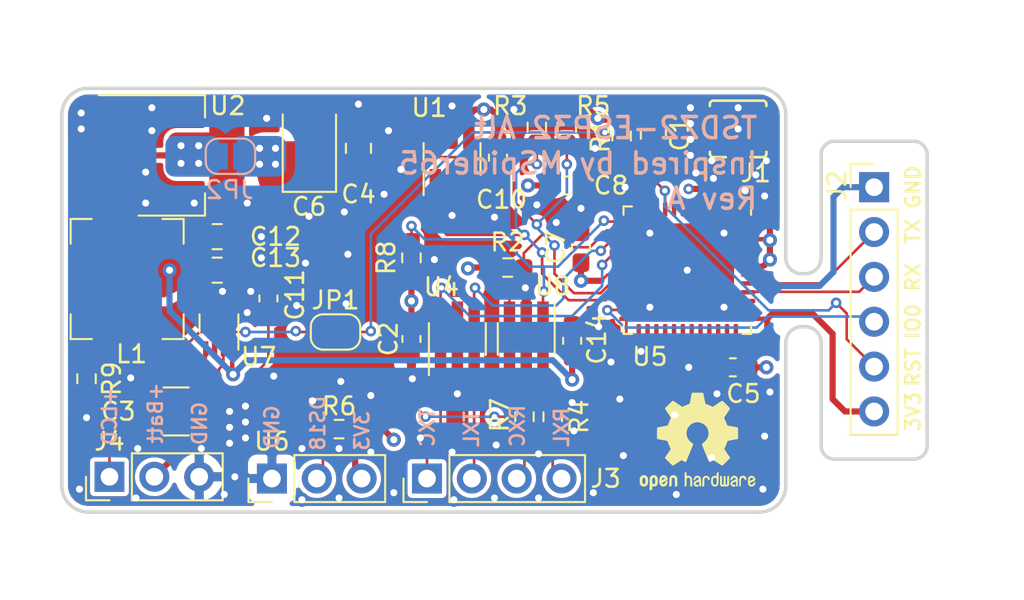
<source format=kicad_pcb>
(kicad_pcb (version 20171130) (host pcbnew "(5.1.9)-1")
  (title_block (title "TSDZ2 ESP32 Alt") (date 2021-05-08) (rev A) (comment 3 "Inspired by ‌MSpider65.") (comment 4 "Controlled impedance based on 0.8mm thick 4-layer JLC7628 JLCPCB stackup."))
  (layers (0 F.Cu signal) (1 In1.Cu signal) (2 In2.Cu signal) (31 B.Cu signal) (34 B.Paste user) (35 F.Paste user) (36 B.SilkS user) (37 F.SilkS user) (38 B.Mask user) (39 F.Mask user) (44 Edge.Cuts user))
  (net 0 "")
  (net 1 GND)
  (net 2 +5V)
  (net 3 +3V3)
  (net 4 /ESP_ANT)
  (net 5 /RXC)
  (net 6 /SCL)
  (net 7 /SDA)
  (net 8 /DS18B20_DQ)
  (net 9 +48V)
  (net 10 /PSU_EN)
  (net 11 /~RST)
  (net 12 /GPIO0)
  (net 13 /RXD)
  (net 14 /TXD)
  (net 15 /RXL)
  (net 16 /TXL)
  (net 17 /TXC)
  (net 18 /GPIO25)
  (net 19 /RXLR)
  (net 20 /RXCR)
  (net 21 /GPIO26)
  (net 22 /GPIO27)
  (net 23 /GPIO33)
  (net 24 /~PSU_RST)
  (net 25 /LX)
  (net 26 /PSU_VCC)
  (net 27 "Net-(JP2-Pad1)")
  (module Symbol:OSHW-Logo2_7.3x6mm_SilkScreen (layer F.Cu) (at 165.5 108)
    (fp_text reference REF** hide)
    (fp_text value OSHW-Logo2_7.3x6mm_SilkScreen hide)
  )
  (module Package_TO_SOT_SMD:SOT-223-3_TabPin2 (layer F.Cu) (at 135.7 91.8)
    (fp_text reference U2 (at 3.2 -2.8) (layer F.SilkS))
    (fp_text value AMS1117-3.3)
    (pad 1 smd rect (at -3.15 -2.3) (size 2 1.5) (layers F.Cu F.Paste F.Mask) (net 1 GND))
    (pad 3 smd rect (at -3.15 2.3) (size 2 1.5) (layers F.Cu F.Paste F.Mask) (net 2 +5V))
    (pad 2 smd rect (at -3.15 0) (size 2 1.5) (layers F.Cu F.Paste F.Mask) (net 27 "Net-(JP2-Pad1)"))
    (pad 2 smd rect (at 3.15 0) (size 2 3.8) (layers F.Cu F.Paste F.Mask) (net 27 "Net-(JP2-Pad1)"))
  )
  (module Resistor_SMD:R_0603_1608Metric_Pad0.98x0.95mm_HandSolder (layer F.Cu) (at 130.9 104.45 270)
    (fp_text reference R9 (at 0 -1.43 90) (layer F.SilkS))
    (fp_text value 1M)
    (pad 2 smd roundrect (at 0.9125 0 270) (size 0.975 0.95) (layers F.Cu F.Paste F.Mask) (net 1 GND))
    (pad 1 smd roundrect (at -0.9125 0 270) (size 0.975 0.95) (layers F.Cu F.Paste F.Mask) (net 10 /PSU_EN))
  )
  (module Resistor_SMD:R_0603_1608Metric_Pad0.98x0.95mm_HandSolder (layer F.Cu) (at 149.3 97.6 90)
    (fp_text reference R8 (at 0 -1.43 90) (layer F.SilkS))
    (fp_text value 10k)
    (pad 2 smd roundrect (at 0.9125 0 90) (size 0.975 0.95) (layers F.Cu F.Paste F.Mask) (net 23 /GPIO33))
    (pad 1 smd roundrect (at -0.9125 0 90) (size 0.975 0.95) (layers F.Cu F.Paste F.Mask) (net 3 +3V3))
  )
  (module "TSDZ2-ESP32-Alt:U.FL-R-SMT-1(80)" (layer F.Cu) (at 167.8 90.3)
    (fp_text reference J1 (at 1 2.5 180) (layer F.SilkS))
    (fp_text value ANT)
    (pad 1 smd roundrect (at 0 1.525) (size 1 1.05) (layers F.Cu F.Paste F.Mask) (roundrect_rratio 0.15) (net 4 /ESP_ANT))
    (pad 2 smd roundrect (at -1.475 0) (size 1.05 2.2) (layers F.Cu F.Paste F.Mask) (roundrect_rratio 0.15) (net 1 GND))
    (pad 2 smd roundrect (at 1.475 0) (size 1.05 2.2) (layers F.Cu F.Paste F.Mask) (roundrect_rratio 0.15) (net 1 GND))
  )
  (module TSDZ2-ESP32-Alt:Mousebite_0.5mm (layer F.Cu) (at 170.3 98.5)
    (fp_text reference REF** hide)
    (fp_text value Mousebite_0.5mm)
    (pad "" np_thru_hole circle (at 0 0) (size 0.5 0.5) (drill 0.5) (layers *.Cu *.Mask))
  )
  (module TSDZ2-ESP32-Alt:Mousebite_0.5mm (layer F.Cu) (at 170.3 100.05)
    (fp_text reference REF** hide)
    (fp_text value Mousebite_0.5mm)
    (pad "" np_thru_hole circle (at 0 0) (size 0.5 0.5) (drill 0.5) (layers *.Cu *.Mask))
  )
  (module TSDZ2-ESP32-Alt:Mousebite_0.5mm (layer F.Cu) (at 170.3 101.5)
    (fp_text reference REF** hide)
    (fp_text value Mousebite_0.5mm)
    (pad "" np_thru_hole circle (at 0 0) (size 0.5 0.5) (drill 0.5) (layers *.Cu *.Mask))
  )
  (module Jumper:SolderJumper-2_P1.3mm_Open_RoundedPad1.0x1.5mm (layer B.Cu) (at 139.05 91.85)
    (fp_text reference JP2 (at -0.05 1.9 -180) (layer B.SilkS) (effects (justify mirror)))
    (fp_text value JMP_3V3)
    (pad 2 smd custom (at 0.65 0) (size 1 0.5) (layers B.Cu B.Mask) (net 3 +3V3) (options (clearance outline) (anchor rect)) (primitives (gr_circle (center 0 -0.25) (end 0.5 -0.25) (width 0)) (gr_circle (center 0 0.25) (end 0.5 0.25) (width 0)) (gr_poly (pts (xy 0 0.75) (xy -0.5 0.75) (xy -0.5 -0.75) (xy 0 -0.75)) (width 0))))
    (pad 1 smd custom (at -0.65 0) (size 1 0.5) (layers B.Cu B.Mask) (net 27 "Net-(JP2-Pad1)") (options (clearance outline) (anchor rect)) (primitives (gr_circle (center 0 -0.25) (end 0.5 -0.25) (width 0)) (gr_circle (center 0 0.25) (end 0.5 0.25) (width 0)) (gr_poly (pts (xy 0 0.75) (xy 0.5 0.75) (xy 0.5 -0.75) (xy 0 -0.75)) (width 0))))
  )
  (module Connector_PinHeader_2.54mm:PinHeader_1x06_P2.54mm_Vertical (layer F.Cu) (at 175.5 93.6)
    (fp_text reference J2 (at -2.1 -0.1 90) (layer F.SilkS))
    (fp_text value PROG_UART)
    (pad 6 thru_hole oval (at 0 12.7) (size 1.7 1.7) (drill 1) (layers *.Cu *.Mask) (net 3 +3V3))
    (pad 5 thru_hole oval (at 0 10.16) (size 1.7 1.7) (drill 1) (layers *.Cu *.Mask) (net 11 /~RST))
    (pad 4 thru_hole oval (at 0 7.62) (size 1.7 1.7) (drill 1) (layers *.Cu *.Mask) (net 12 /GPIO0))
    (pad 3 thru_hole oval (at 0 5.08) (size 1.7 1.7) (drill 1) (layers *.Cu *.Mask) (net 13 /RXD))
    (pad 2 thru_hole oval (at 0 2.54) (size 1.7 1.7) (drill 1) (layers *.Cu *.Mask) (net 14 /TXD))
    (pad 1 thru_hole rect (at 0 0) (size 1.7 1.7) (drill 1) (layers *.Cu *.Mask) (net 1 GND))
  )
  (module Jumper:SolderJumper-2_P1.3mm_Open_RoundedPad1.0x1.5mm (layer F.Cu) (at 145 101.8)
    (fp_text reference JP1 (at 0 -1.8) (layer F.SilkS))
    (fp_text value JMP)
    (pad 2 smd custom (at 0.65 0) (size 1 0.5) (layers F.Cu F.Mask) (net 11 /~RST) (options (clearance outline) (anchor rect)) (primitives (gr_circle (center 0 0.25) (end 0.5 0.25) (width 0)) (gr_circle (center 0 -0.25) (end 0.5 -0.25) (width 0)) (gr_poly (pts (xy 0 -0.75) (xy -0.5 -0.75) (xy -0.5 0.75) (xy 0 0.75)) (width 0))))
    (pad 1 smd custom (at -0.65 0) (size 1 0.5) (layers F.Cu F.Mask) (net 24 /~PSU_RST) (options (clearance outline) (anchor rect)) (primitives (gr_circle (center 0 0.25) (end 0.5 0.25) (width 0)) (gr_circle (center 0 -0.25) (end 0.5 -0.25) (width 0)) (gr_poly (pts (xy 0 -0.75) (xy 0.5 -0.75) (xy 0.5 0.75) (xy 0 0.75)) (width 0))))
  )
  (module Package_TO_SOT_SMD:SOT-23-6_Handsoldering (layer F.Cu) (at 155.8 102.2 270)
    (fp_text reference U8 (at -3 -1.5 180) (layer F.SilkS))
    (fp_text value SN74LVC2G17DBVR)
    (pad 5 smd rect (at 1.35 0 270) (size 1.56 0.65) (layers F.Cu F.Paste F.Mask) (net 2 +5V))
    (pad 6 smd rect (at 1.35 -0.95 270) (size 1.56 0.65) (layers F.Cu F.Paste F.Mask) (net 19 /RXLR))
    (pad 4 smd rect (at 1.35 0.95 270) (size 1.56 0.65) (layers F.Cu F.Paste F.Mask) (net 20 /RXCR))
    (pad 3 smd rect (at -1.35 0.95 270) (size 1.56 0.65) (layers F.Cu F.Paste F.Mask) (net 18 /GPIO25))
    (pad 2 smd rect (at -1.35 0 270) (size 1.56 0.65) (layers F.Cu F.Paste F.Mask) (net 1 GND))
    (pad 1 smd rect (at -1.35 -0.95 270) (size 1.56 0.65) (layers F.Cu F.Paste F.Mask) (net 23 /GPIO33))
  )
  (module Package_TO_SOT_SMD:SOT-23-6_Handsoldering (layer F.Cu) (at 151.9 102.2 90)
    (fp_text reference U4 (at 2.95 -0.9 180) (layer F.SilkS))
    (fp_text value SN74LVC2G17DBVR)
    (pad 5 smd rect (at 1.35 0 90) (size 1.56 0.65) (layers F.Cu F.Paste F.Mask) (net 3 +3V3))
    (pad 6 smd rect (at 1.35 -0.95 90) (size 1.56 0.65) (layers F.Cu F.Paste F.Mask) (net 22 /GPIO27))
    (pad 4 smd rect (at 1.35 0.95 90) (size 1.56 0.65) (layers F.Cu F.Paste F.Mask) (net 21 /GPIO26))
    (pad 3 smd rect (at -1.35 0.95 90) (size 1.56 0.65) (layers F.Cu F.Paste F.Mask) (net 16 /TXL))
    (pad 2 smd rect (at -1.35 0 90) (size 1.56 0.65) (layers F.Cu F.Paste F.Mask) (net 1 GND))
    (pad 1 smd rect (at -1.35 -0.95 90) (size 1.56 0.65) (layers F.Cu F.Paste F.Mask) (net 17 /TXC))
  )
  (module Capacitor_SMD:C_0603_1608Metric_Pad1.05x0.95mm_HandSolder (layer F.Cu) (at 149.3 102.2 270)
    (fp_text reference C2 (at 0 1.3 90) (layer F.SilkS))
    (fp_text value 100nF)
    (pad 2 smd roundrect (at 0.875 0 270) (size 1.05 0.95) (layers F.Cu F.Paste F.Mask) (net 1 GND))
    (pad 1 smd roundrect (at -0.875 0 270) (size 1.05 0.95) (layers F.Cu F.Paste F.Mask) (net 3 +3V3))
  )
  (module Resistor_SMD:R_0603_1608Metric_Pad0.98x0.95mm_HandSolder (layer F.Cu) (at 155.7 106.6 270)
    (fp_text reference R7 (at -0.1 1.4 90) (layer F.SilkS))
    (fp_text value 330R)
    (pad 2 smd roundrect (at 0.9125 0 270) (size 0.975 0.95) (layers F.Cu F.Paste F.Mask) (net 5 /RXC))
    (pad 1 smd roundrect (at -0.9125 0 270) (size 0.975 0.95) (layers F.Cu F.Paste F.Mask) (net 20 /RXCR))
  )
  (module Capacitor_SMD:C_0603_1608Metric_Pad1.05x0.95mm_HandSolder (layer F.Cu) (at 158.4 102.3 90)
    (fp_text reference C14 (at 0.1 1.4 90) (layer F.SilkS))
    (fp_text value 100nF)
    (pad 2 smd roundrect (at 0.875 0 90) (size 1.05 0.95) (layers F.Cu F.Paste F.Mask) (net 1 GND))
    (pad 1 smd roundrect (at -0.875 0 90) (size 1.05 0.95) (layers F.Cu F.Paste F.Mask) (net 2 +5V))
  )
  (module Capacitor_SMD:C_1210_3225Metric (layer F.Cu) (at 135.975 106.3)
    (fp_text reference C3 (at -3.275 0) (layer F.SilkS))
    (fp_text value 4.7uF)
    (pad 2 smd roundrect (at 1.475 0) (size 1.15 2.7) (layers F.Cu F.Paste F.Mask) (roundrect_rratio 0.2173904347826087) (net 1 GND))
    (pad 1 smd roundrect (at -1.475 0) (size 1.15 2.7) (layers F.Cu F.Paste F.Mask) (roundrect_rratio 0.2173904347826087) (net 9 +48V))
  )
  (module Capacitor_SMD:C_0805_2012Metric_Pad1.15x1.40mm_HandSolder (layer F.Cu) (at 163 90.6 90)
    (fp_text reference C1 (at 0 1.5 90) (layer F.SilkS))
    (fp_text value 4.7uF)
    (pad 2 smd roundrect (at 1.025 0 90) (size 1.15 1.4) (layers F.Cu F.Paste F.Mask) (roundrect_rratio 0.2173904347826087) (net 1 GND))
    (pad 1 smd roundrect (at -1.025 0 90) (size 1.15 1.4) (layers F.Cu F.Paste F.Mask) (roundrect_rratio 0.2173904347826087) (net 11 /~RST))
  )
  (module Package_DFN_QFN:DFN-8_2x2mm_P0.5mm (layer F.Cu) (at 138.4 101.8 90)
    (fp_text reference U7 (at -1.4 2.25 180) (layer F.SilkS))
    (fp_text value MAX15062BATA+T)
    (pad 8 smd rect (at 0.95 -0.75 90) (size 0.85 0.3) (layers F.Cu F.Paste F.Mask) (net 25 /LX))
    (pad 7 smd rect (at 0.95 -0.25 90) (size 0.85 0.3) (layers F.Cu F.Paste F.Mask) (net 1 GND))
    (pad 6 smd rect (at 0.95 0.25 90) (size 0.85 0.3) (layers F.Cu F.Paste F.Mask) (net 24 /~PSU_RST))
    (pad 5 smd rect (at 0.95 0.75 90) (size 0.85 0.3) (layers F.Cu F.Paste F.Mask))
    (pad 4 smd rect (at -0.95 0.75 90) (size 0.85 0.3) (layers F.Cu F.Paste F.Mask) (net 2 +5V))
    (pad 3 smd rect (at -0.95 0.25 90) (size 0.85 0.3) (layers F.Cu F.Paste F.Mask) (net 26 /PSU_VCC))
    (pad 2 smd rect (at -0.95 -0.25 90) (size 0.85 0.3) (layers F.Cu F.Paste F.Mask) (net 10 /PSU_EN))
    (pad 1 smd rect (at -0.95 -0.75 90) (size 0.85 0.3) (layers F.Cu F.Paste F.Mask) (net 9 +48V))
  )
  (module Inductor_SMD:L_Bourns-SRN6028 (layer F.Cu) (at 133.2 98.8 90)
    (fp_text reference L1 (at -4.25 0.25) (layer F.SilkS))
    (fp_text value 47uH)
    (pad 2 smd rect (at 2.35 0 90) (size 1.6 5.7) (layers F.Cu F.Paste F.Mask) (net 2 +5V))
    (pad 1 smd rect (at -2.35 0 90) (size 1.6 5.7) (layers F.Cu F.Paste F.Mask) (net 25 /LX))
  )
  (module Connector_PinHeader_2.54mm:PinHeader_1x03_P2.54mm_Vertical (layer F.Cu) (at 132.2 110 90)
    (fp_text reference J4 (at 2 0 180) (layer F.SilkS))
    (fp_text value Power)
    (pad 3 thru_hole oval (at 0 5.08 90) (size 1.7 1.7) (drill 1) (layers *.Cu *.Mask) (net 1 GND))
    (pad 2 thru_hole oval (at 0 2.54 90) (size 1.7 1.7) (drill 1) (layers *.Cu *.Mask) (net 9 +48V))
    (pad 1 thru_hole rect (at 0 0 90) (size 1.7 1.7) (drill 1) (layers *.Cu *.Mask) (net 10 /PSU_EN))
  )
  (module Capacitor_SMD:C_0805_2012Metric_Pad1.15x1.40mm_HandSolder (layer F.Cu) (at 138.3 98.3)
    (fp_text reference C13 (at 3.3 -0.7) (layer F.SilkS))
    (fp_text value 4.7uF)
    (pad 2 smd roundrect (at 1.025 0) (size 1.15 1.4) (layers F.Cu F.Paste F.Mask) (roundrect_rratio 0.217) (net 1 GND))
    (pad 1 smd roundrect (at -1.025 0) (size 1.15 1.4) (layers F.Cu F.Paste F.Mask) (roundrect_rratio 0.217) (net 2 +5V))
  )
  (module Capacitor_SMD:C_0805_2012Metric_Pad1.15x1.40mm_HandSolder (layer F.Cu) (at 138.3 96.4)
    (fp_text reference C12 (at 3.3 0) (layer F.SilkS))
    (fp_text value 4.7uF)
    (pad 2 smd roundrect (at 1.025 0) (size 1.15 1.4) (layers F.Cu F.Paste F.Mask) (roundrect_rratio 0.217) (net 1 GND))
    (pad 1 smd roundrect (at -1.025 0) (size 1.15 1.4) (layers F.Cu F.Paste F.Mask) (roundrect_rratio 0.217) (net 2 +5V))
  )
  (module Capacitor_SMD:C_0603_1608Metric_Pad1.05x0.95mm_HandSolder (layer F.Cu) (at 141.2 99.9 90)
    (fp_text reference C11 (at 0.2 1.5 270) (layer F.SilkS))
    (fp_text value 1uF)
    (pad 2 smd roundrect (at 0.875 0 90) (size 1.05 0.95) (layers F.Cu F.Paste F.Mask) (net 1 GND))
    (pad 1 smd roundrect (at -0.875 0 90) (size 1.05 0.95) (layers F.Cu F.Paste F.Mask) (net 26 /PSU_VCC))
  )
  (module Connector_PinHeader_2.54mm:PinHeader_1x04_P2.54mm_Vertical (layer F.Cu) (at 150.18 110.1 90)
    (fp_text reference J3 (at 0 10.12 180) (layer F.SilkS))
    (fp_text value Conn_01x04)
    (pad 4 thru_hole oval (at 0 7.62 90) (size 1.7 1.7) (drill 1) (layers *.Cu *.Mask) (net 15 /RXL))
    (pad 3 thru_hole oval (at 0 5.08 90) (size 1.7 1.7) (drill 1) (layers *.Cu *.Mask) (net 5 /RXC))
    (pad 2 thru_hole oval (at 0 2.54 90) (size 1.7 1.7) (drill 1) (layers *.Cu *.Mask) (net 16 /TXL))
    (pad 1 thru_hole rect (at 0 0 90) (size 1.7 1.7) (drill 1) (layers *.Cu *.Mask) (net 17 /TXC))
  )
  (module Package_TO_SOT_SMD:SOT-23-6_Handsoldering (layer F.Cu) (at 151.6 92 90)
    (fp_text reference U1 (at 2.9 -1.3 180) (layer F.SilkS))
    (fp_text value TMP100)
    (pad 5 smd rect (at 1.35 0 90) (size 1.56 0.65) (layers F.Cu F.Paste F.Mask) (net 1 GND))
    (pad 6 smd rect (at 1.35 -0.95 90) (size 1.56 0.65) (layers F.Cu F.Paste F.Mask) (net 7 /SDA))
    (pad 4 smd rect (at 1.35 0.95 90) (size 1.56 0.65) (layers F.Cu F.Paste F.Mask) (net 3 +3V3))
    (pad 3 smd rect (at -1.35 0.95 90) (size 1.56 0.65) (layers F.Cu F.Paste F.Mask) (net 1 GND))
    (pad 2 smd rect (at -1.35 0 90) (size 1.56 0.65) (layers F.Cu F.Paste F.Mask) (net 1 GND))
    (pad 1 smd rect (at -1.35 -0.95 90) (size 1.56 0.65) (layers F.Cu F.Paste F.Mask) (net 6 /SCL))
  )
  (module Connector_PinHeader_2.54mm:PinHeader_1x03_P2.54mm_Vertical (layer F.Cu) (at 141.4 110.1 90)
    (fp_text reference U6 (at 2.1 0 180) (layer F.SilkS))
    (fp_text value DS18B20)
    (pad 3 thru_hole oval (at 0 5.08 90) (size 1.7 1.7) (drill 1) (layers *.Cu *.Mask) (net 3 +3V3))
    (pad 2 thru_hole oval (at 0 2.54 90) (size 1.7 1.7) (drill 1) (layers *.Cu *.Mask) (net 8 /DS18B20_DQ))
    (pad 1 thru_hole rect (at 0 0 90) (size 1.7 1.7) (drill 1) (layers *.Cu *.Mask) (net 1 GND))
  )
  (module Package_DFN_QFN:QFN-48-1EP_7x7mm_P0.5mm_EP5.3x5.3mm (layer F.Cu) (at 164.92 98.3 270)
    (fp_text reference U5 (at 4.9 2.12 180) (layer F.SilkS))
    (fp_text value ESP32-PICO-D4)
    (pad 49 smd rect (at 0 0 270) (size 5.3 5.3) (layers F.Cu F.Mask) (net 1 GND))
    (pad 48 smd roundrect (at -2.75 -3.45 270) (size 0.25 0.8) (layers F.Cu F.Paste F.Mask))
    (pad 47 smd roundrect (at -2.25 -3.45 270) (size 0.25 0.8) (layers F.Cu F.Paste F.Mask))
    (pad 46 smd roundrect (at -1.75 -3.45 270) (size 0.25 0.8) (layers F.Cu F.Paste F.Mask) (net 3 +3V3))
    (pad 45 smd roundrect (at -1.25 -3.45 270) (size 0.25 0.8) (layers F.Cu F.Paste F.Mask))
    (pad 44 smd roundrect (at -0.75 -3.45 270) (size 0.25 0.8) (layers F.Cu F.Paste F.Mask))
    (pad 43 smd roundrect (at -0.25 -3.45 270) (size 0.25 0.8) (layers F.Cu F.Paste F.Mask) (net 3 +3V3))
    (pad 42 smd roundrect (at 0.25 -3.45 270) (size 0.25 0.8) (layers F.Cu F.Paste F.Mask))
    (pad 41 smd roundrect (at 0.75 -3.45 270) (size 0.25 0.8) (layers F.Cu F.Paste F.Mask) (net 14 /TXD))
    (pad 40 smd roundrect (at 1.25 -3.45 270) (size 0.25 0.8) (layers F.Cu F.Paste F.Mask) (net 13 /RXD))
    (pad 39 smd roundrect (at 1.75 -3.45 270) (size 0.25 0.8) (layers F.Cu F.Paste F.Mask))
    (pad 38 smd roundrect (at 2.25 -3.45 270) (size 0.25 0.8) (layers F.Cu F.Paste F.Mask))
    (pad 37 smd roundrect (at 2.75 -3.45 270) (size 0.25 0.8) (layers F.Cu F.Paste F.Mask) (net 3 +3V3))
    (pad 36 smd roundrect (at 3.45 -2.75 270) (size 0.8 0.25) (layers F.Cu F.Paste F.Mask))
    (pad 35 smd roundrect (at 3.45 -2.25 270) (size 0.8 0.25) (layers F.Cu F.Paste F.Mask))
    (pad 34 smd roundrect (at 3.45 -1.75 270) (size 0.8 0.25) (layers F.Cu F.Paste F.Mask))
    (pad 33 smd roundrect (at 3.45 -1.25 270) (size 0.8 0.25) (layers F.Cu F.Paste F.Mask))
    (pad 32 smd roundrect (at 3.45 -0.75 270) (size 0.8 0.25) (layers F.Cu F.Paste F.Mask))
    (pad 31 smd roundrect (at 3.45 -0.25 270) (size 0.8 0.25) (layers F.Cu F.Paste F.Mask))
    (pad 30 smd roundrect (at 3.45 0.25 270) (size 0.8 0.25) (layers F.Cu F.Paste F.Mask))
    (pad 29 smd roundrect (at 3.45 0.75 270) (size 0.8 0.25) (layers F.Cu F.Paste F.Mask))
    (pad 28 smd roundrect (at 3.45 1.25 270) (size 0.8 0.25) (layers F.Cu F.Paste F.Mask))
    (pad 27 smd roundrect (at 3.45 1.75 270) (size 0.8 0.25) (layers F.Cu F.Paste F.Mask))
    (pad 26 smd roundrect (at 3.45 2.25 270) (size 0.8 0.25) (layers F.Cu F.Paste F.Mask))
    (pad 25 smd roundrect (at 3.45 2.75 270) (size 0.8 0.25) (layers F.Cu F.Paste F.Mask))
    (pad 24 smd roundrect (at 2.75 3.45 270) (size 0.25 0.8) (layers F.Cu F.Paste F.Mask) (net 8 /DS18B20_DQ))
    (pad 23 smd roundrect (at 2.25 3.45 270) (size 0.25 0.8) (layers F.Cu F.Paste F.Mask) (net 12 /GPIO0))
    (pad 22 smd roundrect (at 1.75 3.45 270) (size 0.25 0.8) (layers F.Cu F.Paste F.Mask))
    (pad 21 smd roundrect (at 1.25 3.45 270) (size 0.25 0.8) (layers F.Cu F.Paste F.Mask) (net 6 /SCL))
    (pad 20 smd roundrect (at 0.75 3.45 270) (size 0.25 0.8) (layers F.Cu F.Paste F.Mask) (net 7 /SDA))
    (pad 19 smd roundrect (at 0.25 3.45 270) (size 0.25 0.8) (layers F.Cu F.Paste F.Mask) (net 3 +3V3))
    (pad 18 smd roundrect (at -0.25 3.45 270) (size 0.25 0.8) (layers F.Cu F.Paste F.Mask))
    (pad 17 smd roundrect (at -0.75 3.45 270) (size 0.25 0.8) (layers F.Cu F.Paste F.Mask))
    (pad 16 smd roundrect (at -1.25 3.45 270) (size 0.25 0.8) (layers F.Cu F.Paste F.Mask) (net 22 /GPIO27))
    (pad 15 smd roundrect (at -1.75 3.45 270) (size 0.25 0.8) (layers F.Cu F.Paste F.Mask) (net 21 /GPIO26))
    (pad 14 smd roundrect (at -2.25 3.45 270) (size 0.25 0.8) (layers F.Cu F.Paste F.Mask) (net 18 /GPIO25))
    (pad 13 smd roundrect (at -2.75 3.45 270) (size 0.25 0.8) (layers F.Cu F.Paste F.Mask) (net 23 /GPIO33))
    (pad 12 smd roundrect (at -3.45 2.75 270) (size 0.8 0.25) (layers F.Cu F.Paste F.Mask))
    (pad 11 smd roundrect (at -3.45 2.25 270) (size 0.8 0.25) (layers F.Cu F.Paste F.Mask))
    (pad 10 smd roundrect (at -3.45 1.75 270) (size 0.8 0.25) (layers F.Cu F.Paste F.Mask))
    (pad 9 smd roundrect (at -3.45 1.25 270) (size 0.8 0.25) (layers F.Cu F.Paste F.Mask) (net 11 /~RST))
    (pad 8 smd roundrect (at -3.45 0.75 270) (size 0.8 0.25) (layers F.Cu F.Paste F.Mask))
    (pad 7 smd roundrect (at -3.45 0.25 270) (size 0.8 0.25) (layers F.Cu F.Paste F.Mask))
    (pad 6 smd roundrect (at -3.45 -0.25 270) (size 0.8 0.25) (layers F.Cu F.Paste F.Mask))
    (pad 5 smd roundrect (at -3.45 -0.75 270) (size 0.8 0.25) (layers F.Cu F.Paste F.Mask))
    (pad 4 smd roundrect (at -3.45 -1.25 270) (size 0.8 0.25) (layers F.Cu F.Paste F.Mask) (net 3 +3V3))
    (pad 3 smd roundrect (at -3.45 -1.75 270) (size 0.8 0.25) (layers F.Cu F.Paste F.Mask) (net 3 +3V3))
    (pad 2 smd roundrect (at -3.45 -2.25 270) (size 0.8 0.25) (layers F.Cu F.Paste F.Mask) (net 4 /ESP_ANT))
    (pad 1 smd roundrect (at -3.45 -2.75 270) (size 0.8 0.25) (layers F.Cu F.Paste F.Mask) (net 3 +3V3))
  )
  (module Resistor_SMD:R_0603_1608Metric_Pad0.98x0.95mm_HandSolder (layer F.Cu) (at 145.2 107.3 180)
    (fp_text reference R6 (at 0 1.3) (layer F.SilkS))
    (fp_text value 4.7k)
    (pad 2 smd roundrect (at 0.9125 0 180) (size 0.975 0.95) (layers F.Cu F.Paste F.Mask) (net 8 /DS18B20_DQ))
    (pad 1 smd roundrect (at -0.9125 0 180) (size 0.975 0.95) (layers F.Cu F.Paste F.Mask) (net 3 +3V3))
  )
  (module Resistor_SMD:R_0603_1608Metric_Pad0.98x0.95mm_HandSolder (layer F.Cu) (at 158.1 90.2 270)
    (fp_text reference R5 (at -1.2 -1.5 180) (layer F.SilkS))
    (fp_text value 10k)
    (pad 2 smd roundrect (at 0.9125 0 270) (size 0.975 0.95) (layers F.Cu F.Paste F.Mask) (net 7 /SDA))
    (pad 1 smd roundrect (at -0.9125 0 270) (size 0.975 0.95) (layers F.Cu F.Paste F.Mask) (net 3 +3V3))
  )
  (module Resistor_SMD:R_0603_1608Metric_Pad0.98x0.95mm_HandSolder (layer F.Cu) (at 157.3 106.6 270)
    (fp_text reference R4 (at 0 -1.5 90) (layer F.SilkS))
    (fp_text value 330R)
    (pad 2 smd roundrect (at 0.9125 0 270) (size 0.975 0.95) (layers F.Cu F.Paste F.Mask) (net 15 /RXL))
    (pad 1 smd roundrect (at -0.9125 0 270) (size 0.975 0.95) (layers F.Cu F.Paste F.Mask) (net 19 /RXLR))
  )
  (module Resistor_SMD:R_0603_1608Metric_Pad0.98x0.95mm_HandSolder (layer F.Cu) (at 156.4 90.2 270)
    (fp_text reference R3 (at -1.2 1.5 180) (layer F.SilkS))
    (fp_text value 10k)
    (pad 2 smd roundrect (at 0.9125 0 270) (size 0.975 0.95) (layers F.Cu F.Paste F.Mask) (net 6 /SCL))
    (pad 1 smd roundrect (at -0.9125 0 270) (size 0.975 0.95) (layers F.Cu F.Paste F.Mask) (net 3 +3V3))
  )
  (module Resistor_SMD:R_0603_1608Metric_Pad0.98x0.95mm_HandSolder (layer F.Cu) (at 154.75 98.15)
    (fp_text reference R2 (at 0 -1.43) (layer F.SilkS))
    (fp_text value 10k)
    (pad 2 smd roundrect (at 0.9125 0) (size 0.975 0.95) (layers F.Cu F.Paste F.Mask) (net 18 /GPIO25))
    (pad 1 smd roundrect (at -0.9125 0) (size 0.975 0.95) (layers F.Cu F.Paste F.Mask) (net 3 +3V3))
  )
  (module Resistor_SMD:R_0603_1608Metric_Pad0.98x0.95mm_HandSolder (layer F.Cu) (at 161.2 90.7 270)
    (fp_text reference R1 (at 0 1.2 270) (layer F.SilkS))
    (fp_text value 10k)
    (pad 2 smd roundrect (at 0.9125 0 270) (size 0.975 0.95) (layers F.Cu F.Paste F.Mask) (net 11 /~RST))
    (pad 1 smd roundrect (at -0.9125 0 270) (size 0.975 0.95) (layers F.Cu F.Paste F.Mask) (net 3 +3V3))
  )
  (module Capacitor_SMD:C_0603_1608Metric_Pad1.05x0.95mm_HandSolder (layer F.Cu) (at 154.2 91.925 270)
    (fp_text reference C10 (at 2.375 -0.2 180) (layer F.SilkS))
    (fp_text value 100nF)
    (pad 2 smd roundrect (at 0.875 0 270) (size 1.05 0.95) (layers F.Cu F.Paste F.Mask) (net 1 GND))
    (pad 1 smd roundrect (at -0.875 0 270) (size 1.05 0.95) (layers F.Cu F.Paste F.Mask) (net 3 +3V3))
  )
  (module Capacitor_SMD:C_0603_1608Metric_Pad1.05x0.95mm_HandSolder (layer F.Cu) (at 158.1 93.5)
    (fp_text reference C8 (at 2.5 0) (layer F.SilkS))
    (fp_text value 100nF)
    (pad 2 smd roundrect (at 0.875 0) (size 1.05 0.95) (layers F.Cu F.Paste F.Mask) (net 1 GND))
    (pad 1 smd roundrect (at -0.875 0) (size 1.05 0.95) (layers F.Cu F.Paste F.Mask) (net 3 +3V3))
  )
  (module Capacitor_SMD:C_0603_1608Metric_Pad1.05x0.95mm_HandSolder (layer F.Cu) (at 158.9 97 90)
    (fp_text reference C7 (at 0 -1.43 90) (layer F.SilkS))
    (fp_text value 100nF)
    (pad 2 smd roundrect (at 0.875 0 90) (size 1.05 0.95) (layers F.Cu F.Paste F.Mask) (net 1 GND))
    (pad 1 smd roundrect (at -0.875 0 90) (size 1.05 0.95) (layers F.Cu F.Paste F.Mask) (net 3 +3V3))
  )
  (module Capacitor_Tantalum_SMD:CP_EIA-3528-21_Kemet-B_Pad1.50x2.35mm_HandSolder (layer F.Cu) (at 143.52 91.23 90)
    (fp_text reference C6 (at -3.47 -0.02) (layer F.SilkS))
    (fp_text value 47uF)
    (pad 2 smd roundrect (at 1.625 0 90) (size 1.5 2.35) (layers F.Cu F.Paste F.Mask) (roundrect_rratio 0.1666666666666667) (net 1 GND))
    (pad 1 smd roundrect (at -1.625 0 90) (size 1.5 2.35) (layers F.Cu F.Paste F.Mask) (roundrect_rratio 0.167) (net 3 +3V3))
  )
  (module Capacitor_SMD:C_0603_1608Metric_Pad1.05x0.95mm_HandSolder (layer F.Cu) (at 167.5 103.8 180)
    (fp_text reference C5 (at -0.6 -1.5) (layer F.SilkS))
    (fp_text value 100nF)
    (pad 2 smd roundrect (at 0.875 0 180) (size 1.05 0.95) (layers F.Cu F.Paste F.Mask) (net 1 GND))
    (pad 1 smd roundrect (at -0.875 0 180) (size 1.05 0.95) (layers F.Cu F.Paste F.Mask) (net 3 +3V3))
  )
  (module Capacitor_SMD:C_0805_2012Metric_Pad1.15x1.40mm_HandSolder (layer F.Cu) (at 146.3 91.4 90)
    (fp_text reference C4 (at -2.6 0) (layer F.SilkS))
    (fp_text value 4.7uF)
    (pad 2 smd roundrect (at 1.025 0 90) (size 1.15 1.4) (layers F.Cu F.Paste F.Mask) (roundrect_rratio 0.2173904347826087) (net 1 GND))
    (pad 1 smd roundrect (at -1.025 0 90) (size 1.15 1.4) (layers F.Cu F.Paste F.Mask) (roundrect_rratio 0.217) (net 3 +3V3))
  )
  (gr_text "Rev A" (at 169 94.25) (layer B.SilkS) (effects (font (size 1.2 1.2) (thickness 0.2)) (justify left mirror)))
  (gr_text "Inspired by ‌MSpider65" (at 169 92.25) (layer B.SilkS) (effects (font (size 1.2 1.2) (thickness 0.2)) (justify left mirror)))
  (gr_text "TSDZ2-ESP32 Alt" (at 169 90.25) (layer B.SilkS) (effects (font (size 1.2 1.2) (thickness 0.2)) (justify left mirror)))
  (gr_text RXL (at 157.8 108.4 90) (layer B.SilkS) (effects (font (size 0.8 0.8)) (justify right mirror)))
  (gr_text RXC (at 155.3 108.4 90) (layer B.SilkS) (effects (font (size 0.8 0.8)) (justify right mirror)))
  (gr_text TXL (at 152.7 108.4 90) (layer B.SilkS) (effects (font (size 0.8 0.8)) (justify right mirror)))
  (gr_text TXC (at 150.2 108.4 90) (layer B.SilkS) (effects (font (size 0.8 0.8)) (justify right mirror)))
  (gr_text 3V3 (at 146.5 108.6 90) (layer B.SilkS) (effects (font (size 0.8 0.8)) (justify right mirror)))
  (gr_text DS18 (at 144 108.6 90) (layer B.SilkS) (effects (font (size 0.8 0.8)) (justify right mirror)))
  (gr_text GND (at 141.4 108.5 90) (layer B.SilkS) (effects (font (size 0.8 0.8)) (justify right mirror)))
  (gr_text GND (at 137.3 108.3 90) (layer B.SilkS) (effects (font (size 0.8 0.8)) (justify right mirror)))
  (gr_text +Batt (at 134.8 108.2 90) (layer B.SilkS) (effects (font (size 0.8 0.8)) (justify right mirror)))
  (gr_text +LCD (at 132.2 108.3 90) (layer B.SilkS) (effects (font (size 0.8 0.8)) (justify right mirror)))
  (gr_text 3V3 (at 177.7 106.3 90) (layer F.SilkS) (effects (font (size 0.8 0.8))))
  (gr_text RST (at 177.7 103.8 90) (layer F.SilkS) (effects (font (size 0.8 0.8))))
  (gr_text IO0 (at 177.7 101.2 90) (layer F.SilkS) (effects (font (size 0.8 0.8))))
  (gr_text RX (at 177.7 98.7 90) (layer F.SilkS) (effects (font (size 0.8 0.8))))
  (gr_text TX (at 177.7 96.1 90) (layer F.SilkS) (effects (font (size 0.8 0.8))))
  (gr_text GND (at 177.7 93.6 90) (layer F.SilkS) (effects (font (size 0.8 0.8))))
  (gr_line (start 172.5 91.75) (end 172.5 97.6) (layer Edge.Cuts) (width 0.2))
  (gr_arc (start 173.25 91.75) (end 173.25 91) (angle -90) (layer Edge.Cuts) (width 0.2))
  (gr_arc (start 171.6 97.6) (end 171.6 98.5) (angle -90) (layer Edge.Cuts) (width 0.2))
  (gr_line (start 177.75 91) (end 173.25 91) (layer Edge.Cuts) (width 0.2))
  (gr_line (start 171.6 98.5) (end 171.4 98.5) (layer Edge.Cuts) (width 0.2))
  (gr_arc (start 177.75 91.75) (end 178.5 91.75) (angle -90) (layer Edge.Cuts) (width 0.2))
  (gr_arc (start 171.4 97.6) (end 170.5 97.6) (angle -90) (layer Edge.Cuts) (width 0.2))
  (gr_line (start 178.5 108.25) (end 178.5 91.75) (layer Edge.Cuts) (width 0.2))
  (gr_line (start 170.5 97.6) (end 170.5 89.5) (layer Edge.Cuts) (width 0.2))
  (gr_arc (start 177.75 108.25) (end 177.75 109) (angle -90) (layer Edge.Cuts) (width 0.2))
  (gr_arc (start 169 89.5) (end 170.5 89.5) (angle -90) (layer Edge.Cuts) (width 0.2))
  (gr_line (start 173.25 109) (end 177.75 109) (layer Edge.Cuts) (width 0.2))
  (gr_line (start 131 88) (end 169 88) (layer Edge.Cuts) (width 0.2))
  (gr_arc (start 173.25 108.25) (end 172.5 108.25) (angle -90) (layer Edge.Cuts) (width 0.2))
  (gr_arc (start 131 89.5) (end 131 88) (angle -90) (layer Edge.Cuts) (width 0.2))
  (gr_line (start 172.5 108.25) (end 172.5 102.4) (layer Edge.Cuts) (width 0.2))
  (gr_line (start 129.5 110.5) (end 129.5 89.5) (layer Edge.Cuts) (width 0.2))
  (gr_arc (start 171.6 102.4) (end 172.5 102.4) (angle -90) (layer Edge.Cuts) (width 0.2))
  (gr_arc (start 131 110.5) (end 129.5 110.5) (angle -90) (layer Edge.Cuts) (width 0.2))
  (gr_line (start 171.6 101.5) (end 171.4 101.5) (layer Edge.Cuts) (width 0.2))
  (gr_line (start 169 112) (end 131 112) (layer Edge.Cuts) (width 0.2))
  (gr_arc (start 171.4 102.4) (end 171.4 101.5) (angle -90) (layer Edge.Cuts) (width 0.2))
  (gr_arc (start 169 110.5) (end 169 112) (angle -90) (layer Edge.Cuts) (width 0.2))
  (gr_line (start 170.5 102.4) (end 170.5 110.5) (layer Edge.Cuts) (width 0.2))
  (via (at 164.92 98.3) (size 0.8) (drill 0.4) (layers F.Cu B.Cu) (net 1))
  (via (at 167 100.4) (size 0.8) (drill 0.4) (layers F.Cu B.Cu) (net 1))
  (via (at 167 96.2) (size 0.8) (drill 0.4) (layers F.Cu B.Cu) (net 1))
  (via (at 162.8 96.2) (size 0.8) (drill 0.4) (layers F.Cu B.Cu) (net 1))
  (via (at 162.8 100.4) (size 0.8) (drill 0.4) (layers F.Cu B.Cu) (net 1))
  (segment (start 138.925 98.3) (end 139.325 98.3) (width 0.35) (layer F.Cu) (net 1))
  (segment (start 139.325 98.3) (end 139.325 96.4) (width 0.35) (layer F.Cu) (net 1))
  (segment (start 137.28 106.67) (end 137.45 106.5) (width 0.35) (layer F.Cu) (net 1))
  (segment (start 141.2 98.8625) (end 141.2 99.025) (width 0.35) (layer F.Cu) (net 1))
  (segment (start 140.6375 98.3) (end 141.2 98.8625) (width 0.35) (layer F.Cu) (net 1))
  (segment (start 139.325 98.3) (end 140.6375 98.3) (width 0.35) (layer F.Cu) (net 1))
  (segment (start 138.15 100.85) (end 138.15 99.75) (width 0.25) (layer F.Cu) (net 1))
  (via (at 138.6 99.5) (size 0.8) (drill 0.4) (layers F.Cu B.Cu) (net 1))
  (via (at 140.2 99.5) (size 0.8) (drill 0.4) (layers F.Cu B.Cu) (net 1))
  (via (at 140.8 96.4) (size 0.8) (drill 0.4) (layers F.Cu B.Cu) (net 1))
  (via (at 140.8 97.6) (size 0.8) (drill 0.4) (layers F.Cu B.Cu) (net 1))
  (via (at 168.2 93.8) (size 0.8) (drill 0.4) (layers F.Cu B.Cu) (net 1))
  (via (at 169.4 92.1) (size 0.8) (drill 0.4) (layers F.Cu B.Cu) (net 1))
  (via (at 166.3 92.1) (size 0.8) (drill 0.4) (layers F.Cu B.Cu) (net 1))
  (via (at 166.4 93.1) (size 0.8) (drill 0.4) (layers F.Cu B.Cu) (net 1))
  (via (at 165.4 92.8) (size 0.8) (drill 0.4) (layers F.Cu B.Cu) (net 1))
  (via (at 165.1 91.8) (size 0.8) (drill 0.4) (layers F.Cu B.Cu) (net 1))
  (via (at 167.8 90.3) (size 0.8) (drill 0.4) (layers F.Cu B.Cu) (net 1))
  (via (at 168.8 92.9) (size 0.8) (drill 0.4) (layers F.Cu B.Cu) (net 1))
  (via (at 169.3 94.1) (size 0.8) (drill 0.4) (layers F.Cu B.Cu) (net 1))
  (via (at 167.8 89.1) (size 0.8) (drill 0.4) (layers F.Cu B.Cu) (net 1))
  (via (at 165.1 90.9) (size 0.8) (drill 0.4) (layers F.Cu B.Cu) (net 1))
  (via (at 165.1 90) (size 0.8) (drill 0.4) (layers F.Cu B.Cu) (net 1))
  (via (at 165.1 89.1) (size 0.8) (drill 0.4) (layers F.Cu B.Cu) (net 1))
  (via (at 139 106.3) (size 0.8) (drill 0.4) (layers F.Cu B.Cu) (net 1))
  (via (at 139 107.2) (size 0.8) (drill 0.4) (layers F.Cu B.Cu) (net 1))
  (via (at 139 108.1) (size 0.8) (drill 0.4) (layers F.Cu B.Cu) (net 1))
  (via (at 139.9 107.8) (size 0.8) (drill 0.4) (layers F.Cu B.Cu) (net 1))
  (via (at 139.9 106.9) (size 0.8) (drill 0.4) (layers F.Cu B.Cu) (net 1))
  (via (at 139.9 106) (size 0.8) (drill 0.4) (layers F.Cu B.Cu) (net 1))
  (via (at 139.3 110) (size 0.8) (drill 0.4) (layers F.Cu B.Cu) (net 1))
  (via (at 137.4 108.4) (size 0.8) (drill 0.4) (layers F.Cu B.Cu) (net 1))
  (via (at 130.5 110.7) (size 0.8) (drill 0.4) (layers F.Cu B.Cu) (net 1))
  (via (at 138.7 111) (size 0.8) (drill 0.4) (layers F.Cu B.Cu) (net 1))
  (via (at 148.3 110.9) (size 0.8) (drill 0.4) (layers F.Cu B.Cu) (net 1))
  (via (at 159.6 110.9) (size 0.8) (drill 0.4) (layers F.Cu B.Cu) (net 1))
  (via (at 169.2 110.7) (size 0.8) (drill 0.4) (layers F.Cu B.Cu) (net 1))
  (via (at 130.6 90.3) (size 0.8) (drill 0.4) (layers F.Cu B.Cu) (net 1))
  (via (at 130.6 89.4) (size 0.8) (drill 0.4) (layers F.Cu B.Cu) (net 1))
  (via (at 134.6 89.1) (size 0.8) (drill 0.4) (layers F.Cu B.Cu) (net 1))
  (via (at 134.6 90.4) (size 0.8) (drill 0.4) (layers F.Cu B.Cu) (net 1))
  (segment (start 152.55 93.35) (end 152.55 94.65) (width 0.35) (layer F.Cu) (net 1))
  (segment (start 152.55 94.65) (end 152.7 94.8) (width 0.35) (layer F.Cu) (net 1))
  (segment (start 152.7 94.8) (end 154 95.3) (width 0.35) (layer F.Cu) (net 1))
  (segment (start 154.2 94.6) (end 154.2 92.8) (width 0.35) (layer F.Cu) (net 1))
  (segment (start 154 94.8) (end 154.2 94.6) (width 0.35) (layer F.Cu) (net 1))
  (segment (start 151.6 93.35) (end 151.6 94.6) (width 0.35) (layer F.Cu) (net 1))
  (segment (start 151.8 94.8) (end 151.6 95.2) (width 0.35) (layer F.Cu) (net 1))
  (segment (start 151.6 94.6) (end 151.8 94.8) (width 0.35) (layer F.Cu) (net 1))
  (via (at 149.35 104.45) (size 0.8) (drill 0.4) (layers F.Cu B.Cu) (net 1))
  (via (at 159.9 101.5) (size 0.8) (drill 0.4) (layers F.Cu B.Cu) (net 1))
  (via (at 155.75 99.299998) (size 0.8) (drill 0.4) (layers F.Cu B.Cu) (net 1))
  (segment (start 155.8 100.85) (end 155.8 99.349998) (width 0.35) (layer F.Cu) (net 1))
  (segment (start 155.8 99.349998) (end 155.75 99.299998) (width 0.35) (layer F.Cu) (net 1))
  (segment (start 143.52 89.605) (end 144.095 89.605) (width 0.35) (layer F.Cu) (net 1))
  (segment (start 144.095 89.605) (end 144.7 89) (width 0.35) (layer F.Cu) (net 1))
  (segment (start 144.7 89) (end 146.3 88.9) (width 0.35) (layer F.Cu) (net 1))
  (via (at 141.1 89.7) (size 0.8) (drill 0.4) (layers F.Cu B.Cu) (net 1))
  (via (at 148 90.4) (size 0.8) (drill 0.4) (layers F.Cu B.Cu) (net 1))
  (segment (start 151.6 90.65) (end 151.6 89) (width 0.35) (layer F.Cu) (net 1))
  (segment (start 172.4 99.2) (end 169.3 99.2) (width 0.35) (layer B.Cu) (net 1))
  (segment (start 173.2 98.4) (end 172.4 99.2) (width 0.35) (layer B.Cu) (net 1))
  (segment (start 173.2 94.15) (end 173.2 98.4) (width 0.35) (layer B.Cu) (net 1))
  (segment (start 173.75 93.6) (end 173.2 94.15) (width 0.35) (layer B.Cu) (net 1))
  (segment (start 175.5 93.6) (end 173.75 93.6) (width 0.35) (layer B.Cu) (net 1))
  (via (at 165 103.8) (size 0.8) (drill 0.4) (layers F.Cu B.Cu) (net 1))
  (via (at 166.6 105.3) (size 0.8) (drill 0.4) (layers F.Cu B.Cu) (net 1))
  (via (at 151.9 105.3) (size 0.8) (drill 0.4) (layers F.Cu B.Cu) (net 1))
  (segment (start 151.9 103.55) (end 151.9 105.3) (width 0.35) (layer F.Cu) (net 1))
  (segment (start 151.6 89) (end 151.6 89) (width 0.35) (layer F.Cu) (net 1))
  (via (at 151.6 89) (size 0.8) (drill 0.4) (layers F.Cu B.Cu) (net 1))
  (segment (start 151.6 95.2) (end 152.7 94.8) (width 0.35) (layer F.Cu) (net 1))
  (via (at 151.6 95.2) (size 0.8) (drill 0.4) (layers F.Cu B.Cu) (net 1))
  (segment (start 154 95.3) (end 154 94.8) (width 0.35) (layer F.Cu) (net 1))
  (via (at 154 95.3) (size 0.8) (drill 0.4) (layers F.Cu B.Cu) (net 1))
  (via (at 155.1 89.2) (size 0.8) (drill 0.4) (layers F.Cu B.Cu) (net 1))
  (via (at 159.7 91.4) (size 0.8) (drill 0.4) (layers F.Cu B.Cu) (net 1))
  (via (at 161.4 93.6) (size 0.8) (drill 0.4) (layers F.Cu B.Cu) (net 1))
  (via (at 150.6 97.7) (size 0.8) (drill 0.4) (layers F.Cu B.Cu) (net 1))
  (via (at 148.7 92.6) (size 0.8) (drill 0.4) (layers F.Cu B.Cu) (net 1))
  (segment (start 146.3 88.9) (end 146.3 89) (width 0.35) (layer F.Cu) (net 1))
  (via (at 146.3 88.9) (size 0.8) (drill 0.4) (layers F.Cu B.Cu) (net 1))
  (via (at 140 100.7) (size 0.8) (drill 0.4) (layers F.Cu B.Cu) (net 1))
  (via (at 130.9 106.65) (size 0.8) (drill 0.4) (layers F.Cu B.Cu) (net 1))
  (via (at 134.25 92.75) (size 0.8) (drill 0.4) (layers F.Cu B.Cu) (net 1))
  (via (at 134.25 94.5) (size 0.8) (drill 0.4) (layers F.Cu B.Cu) (net 1))
  (via (at 137 94.5) (size 0.8) (drill 0.4) (layers F.Cu B.Cu) (net 1))
  (via (at 140 94.5) (size 0.8) (drill 0.4) (layers F.Cu B.Cu) (net 1))
  (via (at 143.5 95.25) (size 0.8) (drill 0.4) (layers F.Cu B.Cu) (net 1))
  (via (at 145.5 95) (size 0.8) (drill 0.4) (layers F.Cu B.Cu) (net 1))
  (via (at 147.75 94) (size 0.8) (drill 0.4) (layers F.Cu B.Cu) (net 1))
  (via (at 158.4 105.8) (size 0.8) (drill 0.4) (layers F.Cu B.Cu) (net 1))
  (via (at 160.6 103.5) (size 0.8) (drill 0.4) (layers F.Cu B.Cu) (net 1))
  (via (at 162.3 102.9) (size 0.8) (drill 0.4) (layers F.Cu B.Cu) (net 1))
  (via (at 161.1 105.6) (size 0.8) (drill 0.4) (layers F.Cu B.Cu) (net 1))
  (via (at 158.5 107.4) (size 0.8) (drill 0.4) (layers F.Cu B.Cu) (net 1))
  (via (at 161.3 108.8) (size 0.8) (drill 0.4) (layers F.Cu B.Cu) (net 1))
  (via (at 164.2 106.5) (size 0.8) (drill 0.4) (layers F.Cu B.Cu) (net 1))
  (via (at 169.6 105.2) (size 0.8) (drill 0.4) (layers F.Cu B.Cu) (net 1))
  (via (at 169.3 107.7) (size 0.8) (drill 0.4) (layers F.Cu B.Cu) (net 1))
  (via (at 164.3 111) (size 0.8) (drill 0.4) (layers F.Cu B.Cu) (net 1))
  (via (at 166.3 108.9) (size 0.8) (drill 0.4) (layers F.Cu B.Cu) (net 1))
  (via (at 143.1 108.4) (size 0.8) (drill 0.4) (layers F.Cu B.Cu) (net 1))
  (via (at 143.7 105.7) (size 0.8) (drill 0.4) (layers F.Cu B.Cu) (net 1))
  (via (at 147 105.4) (size 0.8) (drill 0.4) (layers F.Cu B.Cu) (net 1))
  (via (at 145.6 100.2) (size 0.8) (drill 0.4) (layers F.Cu B.Cu) (net 1))
  (via (at 145.7 97.4) (size 0.8) (drill 0.4) (layers F.Cu B.Cu) (net 1))
  (via (at 142.8 100.3) (size 0.8) (drill 0.4) (layers F.Cu B.Cu) (net 1))
  (via (at 143.3 97.9) (size 0.8) (drill 0.4) (layers F.Cu B.Cu) (net 1))
  (via (at 145.3 104.6) (size 0.8) (drill 0.4) (layers F.Cu B.Cu) (net 1))
  (via (at 133.4 104.4) (size 0.8) (drill 0.4) (layers F.Cu B.Cu) (net 1))
  (via (at 133.8 108.4) (size 0.8) (drill 0.4) (layers F.Cu B.Cu) (net 1))
  (via (at 133.7 111.2) (size 0.8) (drill 0.4) (layers F.Cu B.Cu) (net 1))
  (via (at 156.4 94.6) (size 0.8) (drill 0.4) (layers F.Cu B.Cu) (net 1))
  (via (at 157.5 95.6) (size 0.8) (drill 0.4) (layers F.Cu B.Cu) (net 1))
  (via (at 158.9 94.8) (size 0.8) (drill 0.4) (layers F.Cu B.Cu) (net 1))
  (via (at 154.1 108.2) (size 0.8) (drill 0.4) (layers F.Cu B.Cu) (net 1))
  (via (at 156.5 108.7) (size 0.8) (drill 0.4) (layers F.Cu B.Cu) (net 1))
  (via (at 156.5 111.2) (size 0.8) (drill 0.4) (layers F.Cu B.Cu) (net 1))
  (via (at 154 111.2) (size 0.8) (drill 0.4) (layers F.Cu B.Cu) (net 1))
  (via (at 151.7 111.3) (size 0.8) (drill 0.4) (layers F.Cu B.Cu) (net 1))
  (via (at 151.6 108.6) (size 0.8) (drill 0.4) (layers F.Cu B.Cu) (net 1))
  (via (at 149.8 107.8) (size 0.8) (drill 0.4) (layers F.Cu B.Cu) (net 1))
  (via (at 147 108.6) (size 0.8) (drill 0.4) (layers F.Cu B.Cu) (net 1))
  (via (at 143.1 111.3) (size 0.8) (drill 0.4) (layers F.Cu B.Cu) (net 1))
  (via (at 145.2 108.4) (size 0.8) (drill 0.4) (layers F.Cu B.Cu) (net 1))
  (via (at 145.2 111.2) (size 0.8) (drill 0.4) (layers F.Cu B.Cu) (net 1))
  (via (at 141.5 104.3) (size 0.8) (drill 0.4) (layers F.Cu B.Cu) (net 1))
  (segment (start 137.275 96.4) (end 137.275 98.3) (width 0.35) (layer F.Cu) (net 2))
  (via (at 139.2 104.2) (size 0.8) (drill 0.4) (layers F.Cu B.Cu) (net 2))
  (segment (start 139.15 104.15) (end 139.2 104.2) (width 0.35) (layer F.Cu) (net 2))
  (segment (start 139.15 102.75) (end 139.15 104.15) (width 0.25) (layer F.Cu) (net 2))
  (via (at 135.6 98.3) (size 0.8) (drill 0.4) (layers F.Cu B.Cu) (net 2))
  (segment (start 135.6 100.6) (end 135.6 98.3) (width 0.35) (layer B.Cu) (net 2))
  (segment (start 139.2 104.2) (end 135.6 100.6) (width 0.35) (layer B.Cu) (net 2))
  (segment (start 135.6 98.3) (end 137.275 98.3) (width 0.35) (layer F.Cu) (net 2))
  (segment (start 158.4 103.175) (end 158.4 103.15) (width 0.35) (layer F.Cu) (net 2))
  (segment (start 158.4 103.15) (end 157.4 102.15) (width 0.35) (layer F.Cu) (net 2))
  (segment (start 157.4 102.15) (end 156.05 102.15) (width 0.35) (layer F.Cu) (net 2))
  (segment (start 155.8 102.4) (end 155.8 103.55) (width 0.35) (layer F.Cu) (net 2))
  (segment (start 156.05 102.15) (end 155.8 102.4) (width 0.35) (layer F.Cu) (net 2))
  (via (at 158.4 104.5) (size 0.8) (drill 0.4) (layers F.Cu B.Cu) (net 2))
  (segment (start 158.4 103.175) (end 158.4 104.5) (width 0.35) (layer F.Cu) (net 2))
  (segment (start 140 103.4) (end 139.2 104.2) (width 0.35) (layer B.Cu) (net 2))
  (segment (start 157.3 103.4) (end 140 103.4) (width 0.35) (layer B.Cu) (net 2))
  (segment (start 158.4 104.5) (end 157.3 103.4) (width 0.35) (layer B.Cu) (net 2))
  (segment (start 132.55 95.8) (end 133.2 96.45) (width 0.35) (layer F.Cu) (net 2))
  (segment (start 132.55 94.1) (end 132.55 95.8) (width 0.35) (layer F.Cu) (net 2))
  (via (at 140.7 92.3) (size 0.8) (drill 0.4) (layers F.Cu B.Cu) (net 3))
  (via (at 140.7 91.4) (size 0.8) (drill 0.4) (layers F.Cu B.Cu) (net 3))
  (via (at 141.6 92.3) (size 0.8) (drill 0.4) (layers F.Cu B.Cu) (net 3))
  (via (at 141.6 91.4) (size 0.8) (drill 0.4) (layers F.Cu B.Cu) (net 3))
  (segment (start 154.2 89.6) (end 154.2 91.05) (width 0.35) (layer F.Cu) (net 3))
  (segment (start 153.8 89.2) (end 154.2 89.6) (width 0.35) (layer F.Cu) (net 3))
  (segment (start 152.9 89.2) (end 153.4 89.2) (width 0.35) (layer F.Cu) (net 3))
  (segment (start 152.55 89.55) (end 152.9 89.2) (width 0.35) (layer F.Cu) (net 3))
  (segment (start 152.55 90.65) (end 152.55 89.55) (width 0.35) (layer F.Cu) (net 3))
  (segment (start 166.67 94.85) (end 166.17 94.85) (width 0.15) (layer F.Cu) (net 3))
  (segment (start 166.17 94.85) (end 166.17 94.17) (width 0.25) (layer F.Cu) (net 3))
  (segment (start 149.3 101.325) (end 149.3 101.4) (width 0.35) (layer F.Cu) (net 3))
  (segment (start 149.3 101.4) (end 150.1 102.2) (width 0.35) (layer F.Cu) (net 3))
  (segment (start 150.1 102.2) (end 151.75 102.2) (width 0.35) (layer F.Cu) (net 3))
  (segment (start 151.9 102.05) (end 151.9 100.85) (width 0.35) (layer F.Cu) (net 3))
  (segment (start 151.75 102.2) (end 151.9 102.05) (width 0.35) (layer F.Cu) (net 3))
  (via (at 149.3 100.050006) (size 0.8) (drill 0.4) (layers F.Cu B.Cu) (net 3))
  (segment (start 149.3 101.325) (end 149.3 100.050006) (width 0.35) (layer F.Cu) (net 3))
  (segment (start 146.1125 109.7325) (end 146.48 110.1) (width 0.35) (layer F.Cu) (net 3))
  (segment (start 146.1125 107.3) (end 146.1125 109.7325) (width 0.35) (layer F.Cu) (net 3))
  (segment (start 168.37 101.05) (end 169.45 101.05) (width 0.25) (layer F.Cu) (net 3))
  (via (at 169.400044 103.8) (size 0.8) (drill 0.4) (layers F.Cu B.Cu) (net 3))
  (segment (start 168.375 103.8) (end 169.400044 103.8) (width 0.35) (layer F.Cu) (net 3))
  (segment (start 168.375 102.825) (end 169.45 101.75) (width 0.35) (layer F.Cu) (net 3))
  (segment (start 169.45 101.75) (end 169.45 101.05) (width 0.35) (layer F.Cu) (net 3))
  (segment (start 168.375 103.8) (end 168.375 102.825) (width 0.35) (layer F.Cu) (net 3))
  (segment (start 173.85 106.3) (end 175.5 106.3) (width 0.35) (layer F.Cu) (net 3))
  (segment (start 173.15 105.6) (end 173.85 106.3) (width 0.35) (layer F.Cu) (net 3))
  (segment (start 173.15 101.9) (end 173.15 105.6) (width 0.35) (layer F.Cu) (net 3))
  (segment (start 172.05 100.8) (end 173.15 101.9) (width 0.35) (layer F.Cu) (net 3))
  (segment (start 169.7 100.8) (end 172.05 100.8) (width 0.35) (layer F.Cu) (net 3))
  (segment (start 169.45 101.05) (end 169.7 100.8) (width 0.35) (layer F.Cu) (net 3))
  (via (at 169.6 97.7) (size 0.8) (drill 0.4) (layers F.Cu B.Cu) (net 3))
  (segment (start 169.25 98.05) (end 169.6 97.7) (width 0.35) (layer F.Cu) (net 3))
  (segment (start 168.37 98.05) (end 169.25 98.05) (width 0.25) (layer F.Cu) (net 3))
  (segment (start 169.55 96.55) (end 169.6 96.6) (width 0.35) (layer F.Cu) (net 3))
  (via (at 169.6 96.6) (size 0.8) (drill 0.4) (layers F.Cu B.Cu) (net 3))
  (segment (start 168.37 96.55) (end 169.55 96.55) (width 0.25) (layer F.Cu) (net 3))
  (segment (start 169.6 97.7) (end 169.6 96.6) (width 0.35) (layer F.Cu) (net 3))
  (segment (start 168.9 95) (end 169 95.1) (width 0.35) (layer F.Cu) (net 3))
  (segment (start 168.2 95) (end 168.9 95) (width 0.35) (layer F.Cu) (net 3))
  (segment (start 168.05 94.85) (end 168.2 95) (width 0.15) (layer F.Cu) (net 3))
  (segment (start 169.6 95.7) (end 169.6 96.6) (width 0.35) (layer F.Cu) (net 3))
  (segment (start 169 95.1) (end 169.6 95.7) (width 0.35) (layer F.Cu) (net 3))
  (segment (start 168.05 94.85) (end 167.67 94.85) (width 0.15) (layer F.Cu) (net 3))
  (via (at 152.5 98.2) (size 0.8) (drill 0.4) (layers F.Cu B.Cu) (net 3))
  (segment (start 152.55 98.15) (end 152.5 98.2) (width 0.35) (layer F.Cu) (net 3))
  (segment (start 153.8375 98.15) (end 152.55 98.15) (width 0.35) (layer F.Cu) (net 3))
  (via (at 158.9 98.9) (size 0.8) (drill 0.4) (layers F.Cu B.Cu) (net 3))
  (segment (start 158.9 98.9) (end 158.9 97.875) (width 0.35) (layer F.Cu) (net 3))
  (segment (start 165 93.7) (end 164.999992 93.699992) (width 0.35) (layer F.Cu) (net 3))
  (via (at 164.999992 93.699992) (size 0.6) (drill 0.3) (layers F.Cu B.Cu) (net 3))
  (segment (start 166.17 94.17) (end 165.699992 93.699992) (width 0.35) (layer F.Cu) (net 3))
  (segment (start 165.699992 93.699992) (end 165.424256 93.699992) (width 0.35) (layer F.Cu) (net 3))
  (segment (start 165.424256 93.699992) (end 164.999992 93.699992) (width 0.35) (layer F.Cu) (net 3))
  (segment (start 153.4 89.2) (end 153.8 89.2) (width 0.35) (layer F.Cu) (net 3))
  (via (at 153.4 89.2) (size 0.8) (drill 0.4) (layers F.Cu B.Cu) (net 3))
  (segment (start 156.4 89.2875) (end 158.1 89.2875) (width 0.35) (layer F.Cu) (net 3))
  (segment (start 160.05 98.9) (end 158.9 98.9) (width 0.35) (layer F.Cu) (net 3))
  (segment (start 160.4 98.55) (end 160.05 98.9) (width 0.15) (layer F.Cu) (net 3))
  (segment (start 161.47 98.55) (end 160.4 98.55) (width 0.15) (layer F.Cu) (net 3))
  (via (at 155.9 93.5) (size 0.8) (drill 0.4) (layers F.Cu B.Cu) (net 3))
  (segment (start 157.225 93.5) (end 155.9 93.5) (width 0.35) (layer F.Cu) (net 3))
  (segment (start 149.3 98.5125) (end 149.3 100.050006) (width 0.35) (layer F.Cu) (net 3))
  (segment (start 159.939998 89.7875) (end 159.847503 89.695005) (width 0.35) (layer F.Cu) (net 3))
  (via (at 159.847503 89.695005) (size 0.8) (drill 0.4) (layers F.Cu B.Cu) (net 3))
  (segment (start 161.2 89.7875) (end 159.939998 89.7875) (width 0.35) (layer F.Cu) (net 3))
  (segment (start 159.439998 89.2875) (end 159.847503 89.695005) (width 0.35) (layer F.Cu) (net 3))
  (segment (start 158.1 89.2875) (end 159.439998 89.2875) (width 0.35) (layer F.Cu) (net 3))
  (via (at 148.3 107.9) (size 0.8) (drill 0.4) (layers F.Cu B.Cu) (net 3))
  (segment (start 147.7 107.3) (end 148.3 107.9) (width 0.35) (layer F.Cu) (net 3))
  (segment (start 146.1125 107.3) (end 147.7 107.3) (width 0.35) (layer F.Cu) (net 3))
  (segment (start 167.8 92.9) (end 167.8 91.825) (width 0.29337) (layer F.Cu) (net 4))
  (segment (start 167.17 93.53) (end 167.8 92.9) (width 0.29337) (layer F.Cu) (net 4))
  (segment (start 167.17 93.53) (end 167.17 94.3006) (width 0.29337) (layer F.Cu) (net 4))
  (segment (start 167.17 94.85) (end 167.17 94.3006) (width 0.25) (layer F.Cu) (net 4))
  (segment (start 155.7 109.66) (end 155.26 110.1) (width 0.15) (layer F.Cu) (net 5))
  (segment (start 155.7 107.5125) (end 155.7 109.66) (width 0.15) (layer F.Cu) (net 5))
  (via (at 156.7 97.3) (size 0.6) (drill 0.3) (layers F.Cu B.Cu) (net 6))
  (via (at 156.4 92.3) (size 0.6) (drill 0.3) (layers F.Cu B.Cu) (net 6))
  (segment (start 156.4 92.3) (end 156.4 91.1125) (width 0.15) (layer F.Cu) (net 6))
  (segment (start 156.7 98.5) (end 156.7 97.3) (width 0.15) (layer F.Cu) (net 6))
  (segment (start 158.2 100) (end 156.7 98.5) (width 0.15) (layer F.Cu) (net 6))
  (segment (start 160.3 100) (end 158.2 100) (width 0.15) (layer F.Cu) (net 6))
  (segment (start 160.75 99.55) (end 160.3 100) (width 0.15) (layer F.Cu) (net 6))
  (segment (start 161.47 99.55) (end 160.75 99.55) (width 0.15) (layer F.Cu) (net 6))
  (via (at 155.700002 96.3) (size 0.6) (drill 0.3) (layers F.Cu B.Cu) (net 6))
  (segment (start 156.7 97.3) (end 156.000001 96.599999) (width 0.15) (layer B.Cu) (net 6))
  (segment (start 156.000001 96.599999) (end 155.700002 96.3) (width 0.15) (layer B.Cu) (net 6))
  (segment (start 150.65 93.35) (end 150.65 95.65) (width 0.15) (layer F.Cu) (net 6))
  (segment (start 150.65 95.65) (end 151.3 96.3) (width 0.15) (layer F.Cu) (net 6))
  (segment (start 151.3 96.3) (end 155.700002 96.3) (width 0.15) (layer F.Cu) (net 6))
  (segment (start 155.224999 95.824997) (end 155.700002 96.3) (width 0.15) (layer B.Cu) (net 6))
  (segment (start 155.224999 92.812869) (end 155.224999 95.824997) (width 0.15) (layer B.Cu) (net 6))
  (segment (start 155.737868 92.3) (end 155.224999 92.812869) (width 0.15) (layer B.Cu) (net 6))
  (segment (start 156.4 92.3) (end 155.737868 92.3) (width 0.15) (layer B.Cu) (net 6))
  (segment (start 158.1 92.2) (end 158.1 92.3) (width 0.15) (layer F.Cu) (net 7))
  (via (at 158.1 92.3) (size 0.6) (drill 0.3) (layers F.Cu B.Cu) (net 7))
  (segment (start 158.1 91.1125) (end 158.1 92.2) (width 0.15) (layer F.Cu) (net 7))
  (via (at 157.4 96.9) (size 0.6) (drill 0.3) (layers F.Cu B.Cu) (net 7))
  (segment (start 158.5 99.6) (end 157.4 98.5) (width 0.15) (layer F.Cu) (net 7))
  (segment (start 161.47 99.05) (end 160.55501 99.05) (width 0.15) (layer F.Cu) (net 7))
  (segment (start 160.55501 99.05) (end 160.00501 99.6) (width 0.15) (layer F.Cu) (net 7))
  (segment (start 160.00501 99.6) (end 158.5 99.6) (width 0.15) (layer F.Cu) (net 7))
  (segment (start 157.4 98.5) (end 157.4 96.9) (width 0.15) (layer F.Cu) (net 7))
  (segment (start 157.4 96.9) (end 156.4 95.9) (width 0.15) (layer B.Cu) (net 7))
  (segment (start 158.1 94) (end 156.4 95.7) (width 0.15) (layer B.Cu) (net 7))
  (segment (start 158.1 92.3) (end 158.1 94) (width 0.15) (layer B.Cu) (net 7))
  (segment (start 156.4 95.9) (end 156.4 95.7) (width 0.15) (layer B.Cu) (net 7))
  (via (at 156.4 95.7) (size 0.6) (drill 0.3) (layers F.Cu B.Cu) (net 7))
  (segment (start 155.1 94.4) (end 156.4 95.7) (width 0.15) (layer F.Cu) (net 7))
  (segment (start 154.8 91.9) (end 155.1 92.2) (width 0.15) (layer F.Cu) (net 7))
  (segment (start 155.1 92.2) (end 155.1 94.4) (width 0.15) (layer F.Cu) (net 7))
  (segment (start 150.8 91.9) (end 154.8 91.9) (width 0.15) (layer F.Cu) (net 7))
  (segment (start 150.65 91.75) (end 150.8 91.9) (width 0.15) (layer F.Cu) (net 7))
  (segment (start 150.65 90.65) (end 150.65 91.75) (width 0.15) (layer F.Cu) (net 7))
  (segment (start 144.2875 109.7525) (end 143.94 110.1) (width 0.15) (layer F.Cu) (net 8))
  (segment (start 144.2875 107.3) (end 144.2875 109.7525) (width 0.15) (layer F.Cu) (net 8))
  (via (at 154 106.6) (size 0.6) (drill 0.3) (layers F.Cu B.Cu) (net 8))
  (segment (start 161.47 101.05) (end 161.47 103.83) (width 0.15) (layer F.Cu) (net 8))
  (segment (start 161.47 103.83) (end 158.7 106.6) (width 0.15) (layer F.Cu) (net 8))
  (segment (start 158.7 106.6) (end 154 106.6) (width 0.15) (layer F.Cu) (net 8))
  (via (at 150.099998 106.600002) (size 0.6) (drill 0.3) (layers F.Cu B.Cu) (net 8))
  (segment (start 154 106.6) (end 150.1 106.6) (width 0.15) (layer B.Cu) (net 8))
  (segment (start 150.1 106.6) (end 150.099998 106.600002) (width 0.15) (layer B.Cu) (net 8))
  (segment (start 149.699996 106.2) (end 150.099998 106.600002) (width 0.15) (layer F.Cu) (net 8))
  (segment (start 144.2875 106.45625) (end 144.54375 106.2) (width 0.15) (layer F.Cu) (net 8))
  (segment (start 144.54375 106.2) (end 149.699996 106.2) (width 0.15) (layer F.Cu) (net 8))
  (segment (start 144.2875 107.3) (end 144.2875 106.45625) (width 0.15) (layer F.Cu) (net 8))
  (segment (start 134.74 106.74) (end 134.5 106.5) (width 0.35) (layer F.Cu) (net 9))
  (segment (start 135.6 109.14) (end 134.74 110) (width 0.35) (layer F.Cu) (net 9))
  (segment (start 135.6 106.5) (end 135.6 109.14) (width 0.35) (layer F.Cu) (net 9))
  (segment (start 135.4 106.3) (end 135.6 106.5) (width 0.35) (layer F.Cu) (net 9))
  (segment (start 134.5 106.3) (end 135.4 106.3) (width 0.35) (layer F.Cu) (net 9))
  (segment (start 134.5 106.3) (end 134.5 104.5) (width 0.35) (layer F.Cu) (net 9))
  (segment (start 134.5 104.5) (end 134.8 104.2) (width 0.35) (layer F.Cu) (net 9))
  (segment (start 134.8 104.2) (end 137.1 104.2) (width 0.35) (layer F.Cu) (net 9))
  (segment (start 137.65 103.65) (end 137.65 102.75) (width 0.15) (layer F.Cu) (net 9))
  (segment (start 137.1 104.2) (end 137.65 103.65) (width 0.35) (layer F.Cu) (net 9))
  (segment (start 132.2 103.5375) (end 132.2 110) (width 0.15) (layer F.Cu) (net 10))
  (segment (start 130.9 103.5375) (end 132.2 103.5375) (width 0.15) (layer F.Cu) (net 10))
  (segment (start 135.5625 103.5375) (end 132.2 103.5375) (width 0.15) (layer F.Cu) (net 10))
  (segment (start 137.3 101.8) (end 135.5625 103.5375) (width 0.15) (layer F.Cu) (net 10))
  (segment (start 138 101.8) (end 137.3 101.8) (width 0.15) (layer F.Cu) (net 10))
  (segment (start 138.15 101.95) (end 138 101.8) (width 0.15) (layer F.Cu) (net 10))
  (segment (start 138.15 102.75) (end 138.15 101.95) (width 0.15) (layer F.Cu) (net 10))
  (segment (start 175.5 103.76) (end 173.95 102.21) (width 0.15) (layer F.Cu) (net 11))
  (via (at 173.35 100.15) (size 0.6) (drill 0.3) (layers F.Cu B.Cu) (net 11))
  (segment (start 173.95 100.75) (end 173.35 100.15) (width 0.15) (layer F.Cu) (net 11))
  (segment (start 173.95 102.21) (end 173.95 100.75) (width 0.15) (layer F.Cu) (net 11))
  (segment (start 163.67 94.85) (end 163.67 93.82) (width 0.15) (layer F.Cu) (net 11))
  (segment (start 163.65 94.7) (end 163.65 93.8) (width 0.15) (layer B.Cu) (net 11))
  (segment (start 172.924999 100.575001) (end 169.525001 100.575001) (width 0.15) (layer B.Cu) (net 11))
  (segment (start 173.35 100.15) (end 172.924999 100.575001) (width 0.15) (layer B.Cu) (net 11))
  (segment (start 169.525001 100.575001) (end 163.65 94.7) (width 0.15) (layer B.Cu) (net 11))
  (segment (start 163.67 93.82) (end 163.65 93.8) (width 0.15) (layer F.Cu) (net 11))
  (via (at 163.65 93.8) (size 0.6) (drill 0.3) (layers F.Cu B.Cu) (net 11))
  (segment (start 163.65 93.8) (end 163 93.15) (width 0.15) (layer F.Cu) (net 11))
  (segment (start 163 93.15) (end 163 91.625) (width 0.15) (layer F.Cu) (net 11))
  (segment (start 162.9875 91.6125) (end 163 91.625) (width 0.15) (layer F.Cu) (net 11))
  (segment (start 161.2 91.6125) (end 162.9875 91.6125) (width 0.15) (layer F.Cu) (net 11))
  (via (at 147 101.75) (size 0.6) (drill 0.3) (layers F.Cu B.Cu) (net 11))
  (segment (start 146.95 101.8) (end 147 101.75) (width 0.15) (layer F.Cu) (net 11))
  (segment (start 145.65 101.8) (end 146.95 101.8) (width 0.15) (layer F.Cu) (net 11))
  (segment (start 161.2 91.6125) (end 161.2 91.45) (width 0.15) (layer F.Cu) (net 11))
  (via (at 160.249995 90.499995) (size 0.6) (drill 0.3) (layers F.Cu B.Cu) (net 11))
  (segment (start 161.2 91.45) (end 160.249995 90.499995) (width 0.15) (layer F.Cu) (net 11))
  (segment (start 152.750005 90.499995) (end 160.249995 90.499995) (width 0.15) (layer B.Cu) (net 11))
  (segment (start 147 96.25) (end 152.750005 90.499995) (width 0.15) (layer B.Cu) (net 11))
  (segment (start 147 101.75) (end 147 96.25) (width 0.15) (layer B.Cu) (net 11))
  (via (at 160.393007 100.567439) (size 0.6) (drill 0.3) (layers F.Cu B.Cu) (net 12))
  (segment (start 175.205011 100.925011) (end 169.474989 100.925011) (width 0.15) (layer B.Cu) (net 12))
  (segment (start 161.375568 101.55) (end 160.393007 100.567439) (width 0.15) (layer B.Cu) (net 12))
  (segment (start 161.47 100.55) (end 160.410446 100.55) (width 0.15) (layer F.Cu) (net 12))
  (segment (start 169.474989 100.925011) (end 168.85 101.55) (width 0.15) (layer B.Cu) (net 12))
  (segment (start 160.410446 100.55) (end 160.393007 100.567439) (width 0.15) (layer F.Cu) (net 12))
  (segment (start 175.5 101.22) (end 175.205011 100.925011) (width 0.15) (layer B.Cu) (net 12))
  (segment (start 168.85 101.55) (end 161.375568 101.55) (width 0.15) (layer B.Cu) (net 12))
  (segment (start 174.655001 99.524999) (end 175.5 98.68) (width 0.15) (layer F.Cu) (net 13))
  (segment (start 168.395001 99.524999) (end 174.655001 99.524999) (width 0.15) (layer F.Cu) (net 13))
  (segment (start 168.37 99.55) (end 168.395001 99.524999) (width 0.15) (layer F.Cu) (net 13))
  (segment (start 172.59 99.05) (end 175.5 96.14) (width 0.15) (layer F.Cu) (net 14))
  (segment (start 168.37 99.05) (end 172.59 99.05) (width 0.15) (layer F.Cu) (net 14))
  (segment (start 157.3 109.6) (end 157.8 110.1) (width 0.15) (layer F.Cu) (net 15))
  (segment (start 157.3 107.5125) (end 157.3 109.6) (width 0.15) (layer F.Cu) (net 15))
  (segment (start 152.85 109.97) (end 152.72 110.1) (width 0.15) (layer F.Cu) (net 16))
  (segment (start 152.85 103.55) (end 152.85 109.97) (width 0.15) (layer F.Cu) (net 16))
  (segment (start 150.18 108.67) (end 150.18 110.1) (width 0.15) (layer F.Cu) (net 17))
  (segment (start 150.95 107.9) (end 150.18 108.67) (width 0.15) (layer F.Cu) (net 17))
  (segment (start 150.95 103.55) (end 150.95 107.9) (width 0.15) (layer F.Cu) (net 17))
  (segment (start 154.85 100.85) (end 154.85 98.9625) (width 0.15) (layer F.Cu) (net 18))
  (segment (start 154.85 98.9625) (end 155.6625 98.15) (width 0.15) (layer F.Cu) (net 18))
  (segment (start 155.6625 97.3375) (end 155.6625 98.15) (width 0.15) (layer F.Cu) (net 18))
  (segment (start 156.7 96.3) (end 155.6625 97.3375) (width 0.15) (layer F.Cu) (net 18))
  (segment (start 157.7 96.3) (end 156.7 96.3) (width 0.15) (layer F.Cu) (net 18))
  (segment (start 158.4 97) (end 157.7 96.3) (width 0.15) (layer F.Cu) (net 18))
  (segment (start 159.406677 97) (end 158.4 97) (width 0.15) (layer F.Cu) (net 18))
  (segment (start 160.356677 96.05) (end 159.406677 97) (width 0.15) (layer F.Cu) (net 18))
  (segment (start 161.47 96.05) (end 160.356677 96.05) (width 0.15) (layer F.Cu) (net 18))
  (segment (start 156.75 105.1375) (end 157.3 105.6875) (width 0.15) (layer F.Cu) (net 19))
  (segment (start 156.75 103.55) (end 156.75 105.1375) (width 0.15) (layer F.Cu) (net 19))
  (segment (start 154.85 104.8375) (end 155.7 105.6875) (width 0.15) (layer F.Cu) (net 20))
  (segment (start 154.85 103.55) (end 154.85 104.8375) (width 0.15) (layer F.Cu) (net 20))
  (via (at 152.9 99.3) (size 0.6) (drill 0.3) (layers F.Cu B.Cu) (net 21))
  (segment (start 152.85 99.35) (end 152.9 99.3) (width 0.15) (layer F.Cu) (net 21))
  (segment (start 152.85 100.85) (end 152.85 99.35) (width 0.15) (layer F.Cu) (net 21))
  (via (at 160.024994 97.202234) (size 0.6) (drill 0.3) (layers F.Cu B.Cu) (net 21))
  (segment (start 161.47 96.55) (end 160.677228 96.55) (width 0.15) (layer F.Cu) (net 21))
  (segment (start 160.677228 96.55) (end 160.024994 97.202234) (width 0.15) (layer F.Cu) (net 21))
  (segment (start 159.497766 97.202234) (end 160.024994 97.202234) (width 0.15) (layer B.Cu) (net 21))
  (segment (start 157.9 98.8) (end 159.497766 97.202234) (width 0.15) (layer B.Cu) (net 21))
  (segment (start 157.9 99.9) (end 157.9 98.8) (width 0.15) (layer B.Cu) (net 21))
  (segment (start 157.5 100.3) (end 157.9 99.9) (width 0.15) (layer B.Cu) (net 21))
  (segment (start 153.9 100.3) (end 157.5 100.3) (width 0.15) (layer B.Cu) (net 21))
  (segment (start 152.9 99.3) (end 153.9 100.3) (width 0.15) (layer B.Cu) (net 21))
  (segment (start 158.4 100.9) (end 152.6 100.9) (width 0.15) (layer B.Cu) (net 22))
  (segment (start 152.6 100.9) (end 151 99.3) (width 0.15) (layer B.Cu) (net 22))
  (segment (start 160.1 99.2) (end 158.4 100.9) (width 0.15) (layer B.Cu) (net 22))
  (segment (start 160.1 98) (end 160.1 99.2) (width 0.15) (layer B.Cu) (net 22))
  (segment (start 150.95 100.85) (end 150.95 99.35) (width 0.15) (layer F.Cu) (net 22))
  (segment (start 150.95 99.35) (end 151 99.3) (width 0.15) (layer F.Cu) (net 22))
  (via (at 151 99.3) (size 0.6) (drill 0.3) (layers F.Cu B.Cu) (net 22))
  (via (at 160.1 98) (size 0.6) (drill 0.3) (layers F.Cu B.Cu) (net 22))
  (segment (start 160.12 98) (end 160.1 98) (width 0.15) (layer F.Cu) (net 22))
  (segment (start 161.47 97.05) (end 160.75 97.05) (width 0.15) (layer F.Cu) (net 22))
  (segment (start 160.75 97.05) (end 160.6 97.2) (width 0.15) (layer F.Cu) (net 22))
  (segment (start 160.6 97.5) (end 160.1 98) (width 0.15) (layer F.Cu) (net 22))
  (segment (start 160.6 97.2) (end 160.6 97.5) (width 0.15) (layer F.Cu) (net 22))
  (via (at 156.8 99.499998) (size 0.6) (drill 0.3) (layers F.Cu B.Cu) (net 23))
  (segment (start 156.75 99.549998) (end 156.8 99.499998) (width 0.15) (layer F.Cu) (net 23))
  (segment (start 156.75 100.85) (end 156.75 99.549998) (width 0.15) (layer F.Cu) (net 23))
  (via (at 160.199143 95.49699) (size 0.6) (drill 0.3) (layers F.Cu B.Cu) (net 23))
  (segment (start 160.252153 95.55) (end 160.199143 95.49699) (width 0.15) (layer F.Cu) (net 23))
  (segment (start 161.47 95.55) (end 160.252153 95.55) (width 0.15) (layer F.Cu) (net 23))
  (segment (start 156.8 99.499998) (end 156.8 98.896133) (width 0.15) (layer B.Cu) (net 23))
  (segment (start 149.3 96.6875) (end 149.3 95.8) (width 0.15) (layer F.Cu) (net 23))
  (via (at 149.3 95.8) (size 0.6) (drill 0.3) (layers F.Cu B.Cu) (net 23))
  (segment (start 150.05 96.55) (end 149.3 95.8) (width 0.15) (layer B.Cu) (net 23))
  (segment (start 154.453867 96.55) (end 150.05 96.55) (width 0.15) (layer B.Cu) (net 23))
  (segment (start 154.453867 96.55) (end 154.453867 96.553867) (width 0.15) (layer B.Cu) (net 23))
  (segment (start 154.453867 96.553867) (end 156 98.1) (width 0.15) (layer B.Cu) (net 23))
  (segment (start 157.596133 98.1) (end 160.199143 95.49699) (width 0.15) (layer B.Cu) (net 23))
  (segment (start 156.8 98.896133) (end 156.8 98.1) (width 0.15) (layer B.Cu) (net 23))
  (segment (start 156.8 98.1) (end 157.596133 98.1) (width 0.15) (layer B.Cu) (net 23))
  (segment (start 156 98.1) (end 156.8 98.1) (width 0.15) (layer B.Cu) (net 23))
  (segment (start 138.65 100.85) (end 138.65 101.65) (width 0.15) (layer F.Cu) (net 24))
  (via (at 139.9 101.8) (size 0.6) (drill 0.3) (layers F.Cu B.Cu) (net 24))
  (segment (start 138.8 101.8) (end 139.9 101.8) (width 0.15) (layer F.Cu) (net 24))
  (segment (start 138.65 101.65) (end 138.8 101.8) (width 0.15) (layer F.Cu) (net 24))
  (segment (start 142.8 101.8) (end 142.75 101.75) (width 0.15) (layer F.Cu) (net 24))
  (segment (start 144.35 101.8) (end 142.8 101.8) (width 0.15) (layer F.Cu) (net 24))
  (segment (start 139.9 101.8) (end 142.7 101.8) (width 0.15) (layer B.Cu) (net 24))
  (segment (start 142.7 101.8) (end 142.75 101.75) (width 0.15) (layer B.Cu) (net 24))
  (via (at 142.75 101.75) (size 0.6) (drill 0.3) (layers F.Cu B.Cu) (net 24))
  (segment (start 133.5 100.85) (end 133.2 101.15) (width 0.15) (layer F.Cu) (net 25))
  (segment (start 137.65 100.85) (end 133.5 100.85) (width 0.15) (layer F.Cu) (net 25))
  (segment (start 138.65 102.75) (end 138.65 103.65) (width 0.15) (layer F.Cu) (net 26))
  (segment (start 138.65 103.65) (end 138.4 103.9) (width 0.15) (layer F.Cu) (net 26))
  (segment (start 138.4 103.9) (end 138.4 104.5) (width 0.15) (layer F.Cu) (net 26))
  (segment (start 138.4 104.5) (end 138.9 105) (width 0.15) (layer F.Cu) (net 26))
  (segment (start 138.9 105) (end 139.6 105) (width 0.15) (layer F.Cu) (net 26))
  (segment (start 141.2 103.4) (end 141.2 100.775) (width 0.15) (layer F.Cu) (net 26))
  (segment (start 139.6 105) (end 141.2 103.4) (width 0.15) (layer F.Cu) (net 26))
  (via (at 136.25 91.25) (size 0.8) (drill 0.4) (layers F.Cu B.Cu) (net 27))
  (via (at 136.25 92.25) (size 0.8) (drill 0.4) (layers F.Cu B.Cu) (net 27))
  (via (at 137.25 92.25) (size 0.8) (drill 0.4) (layers F.Cu B.Cu) (net 27))
  (via (at 137.25 91.25) (size 0.8) (drill 0.4) (layers F.Cu B.Cu) (net 27))
  (segment (start 136.85 91.85) (end 136.25 91.25) (width 0.35) (layer B.Cu) (net 27))
  (segment (start 138.4 91.85) (end 136.85 91.85) (width 0.35) (layer B.Cu) (net 27))
  (segment (start 132.55 91.8) (end 136.45 91.8) (width 0.35) (layer F.Cu) (net 27))
  (zone (net 0) (net_name "") (layers F.Cu In1.Cu In2.Cu B.Cu) (connect_pads (clearance 0.508)) (min_thickness 0.254)
    (keepout (tracks allowed) (vias allowed) (copperpour not_allowed))
    (fill (arc_segments 32) (thermal_gap 0.508) (thermal_bridge_width 0.508))
    (polygon (pts (xy 179 109) (xy 170.25 109) (xy 170.25 91) (xy 179 91)))
  )
  (zone (net 25) (net_name /LX) (layer F.Cu) (priority 1) (connect_pads yes (clearance 0.35)) (min_thickness 0.254) (fill yes (arc_segments 32) (thermal_gap 0.508) (thermal_bridge_width 0.508) (smoothing fillet) (radius 0.5))
    (polygon (pts (xy 137.5 101.5) (xy 136.5 102) (xy 130 102) (xy 130 100) (xy 135.5 100) (xy 136.5 100) (xy 138 100.5)))
  )
  (zone (net 1) (net_name GND) (layer F.Cu) (connect_pads (clearance 0.25)) (min_thickness 0.254) (fill yes (arc_segments 32) (thermal_gap 0.508) (thermal_bridge_width 0.508))
    (polygon (pts (xy 184 116) (xy 129 116) (xy 129 85) (xy 184 85)))
  )
  (zone (net 1) (net_name GND) (layer B.Cu) (connect_pads (clearance 0.25)) (min_thickness 0.254) (fill yes (arc_segments 32) (thermal_gap 0.508) (thermal_bridge_width 0.508))
    (polygon (pts (xy 181 117) (xy 126 117) (xy 126 86) (xy 181 86)))
  )
  (zone (net 0) (net_name "") (layer F.Cu) (connect_pads (clearance 0.508)) (min_thickness 0.254)
    (keepout (tracks allowed) (vias allowed) (copperpour not_allowed))
    (fill (arc_segments 32) (thermal_gap 0.508) (thermal_bridge_width 0.508))
    (polygon (pts (xy 131.2 91.6) (xy 130 91.6) (xy 130 90.8) (xy 131.2 90.8)))
  )
  (zone (net 3) (net_name +3V3) (layer B.Cu) (priority 2) (connect_pads (clearance 0.508)) (min_thickness 0.254) (fill yes (arc_segments 32) (thermal_gap 0.508) (thermal_bridge_width 0.508) (smoothing fillet) (radius 0.5))
    (polygon (pts (xy 142.2 93) (xy 139.114783 93) (xy 139.114783 90.7) (xy 142.2 90.7)))
  )
  (zone (net 3) (net_name +3V3) (layer F.Cu) (priority 2) (connect_pads (clearance 0.508)) (min_thickness 0.254) (fill yes (arc_segments 32) (thermal_gap 0.508) (thermal_bridge_width 0.508) (smoothing fillet) (radius 0.75))
    (polygon (pts (xy 145.6 91.8) (xy 146.9 91.8) (xy 146.9 93) (xy 145 94) (xy 140.85 94) (xy 140 91) (xy 145 91)))
  )
  (zone (net 0) (net_name "") (layer F.Cu) (connect_pads (clearance 0.25)) (min_thickness 0.254)
    (keepout (tracks allowed) (vias allowed) (copperpour not_allowed))
    (fill (arc_segments 32) (thermal_gap 0.508) (thermal_bridge_width 0.508))
    (polygon (pts (xy 167.4 102.6) (xy 166.9 103) (xy 166.9 102.3)))
  )
  (zone (net 2) (net_name +5V) (layer F.Cu) (priority 2) (connect_pads yes (clearance 0.508)) (min_thickness 0.254) (fill yes (arc_segments 32) (thermal_gap 0.508) (thermal_bridge_width 0.508) (smoothing fillet) (radius 0.5))
    (polygon (pts (xy 138 99) (xy 137 99) (xy 135 100) (xy 130 100) (xy 130 95.5) (xy 138 95.5)))
  )
  (zone (net 0) (net_name "") (layer F.Cu) (connect_pads (clearance 0.25)) (min_thickness 0.254)
    (keepout (tracks allowed) (vias allowed) (copperpour not_allowed))
    (fill (arc_segments 32) (thermal_gap 0.508) (thermal_bridge_width 0.508))
    (polygon (pts (xy 133.75 93.505736) (xy 132.5 93.505736) (xy 132.5 92.505736) (xy 133.75 92.505736)))
  )
  (zone (net 27) (net_name "Net-(JP2-Pad1)") (layer F.Cu) (priority 2) (connect_pads yes (clearance 0.25)) (min_thickness 0.254) (fill yes (arc_segments 32) (thermal_gap 0.508) (thermal_bridge_width 0.508) (smoothing fillet) (radius 0.5))
    (polygon (pts (xy 139.5 93) (xy 135.5 93) (xy 135.5 90.5) (xy 139.5 90.5)))
  )
  (zone (net 27) (net_name "Net-(JP2-Pad1)") (layer B.Cu) (priority 2) (connect_pads (clearance 0.508)) (min_thickness 0.254) (fill yes (arc_segments 32) (thermal_gap 0.508) (thermal_bridge_width 0.508) (smoothing fillet) (radius 0.5))
    (polygon (pts (xy 138.45 93) (xy 135.364783 93) (xy 135.364783 90.7) (xy 138.45 90.7)))
  )
)
</source>
